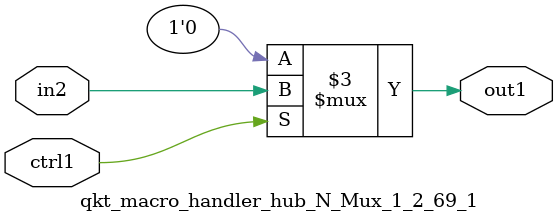
<source format=v>

`timescale 1ps / 1ps


module qkt_macro_handler_hub_N_Mux_1_2_69_1( in2, ctrl1, out1 );

    input in2;
    input ctrl1;
    output out1;
    reg out1;

    
    // rtl_process:qkt_macro_handler_hub_N_Mux_1_2_69_1/qkt_macro_handler_hub_N_Mux_1_2_69_1_thread_1
    always @*
      begin : qkt_macro_handler_hub_N_Mux_1_2_69_1_thread_1
        case (ctrl1) 
          1'b1: 
            begin
              out1 = in2;
            end
          default: 
            begin
              out1 = 1'b0;
            end
        endcase
      end

endmodule


</source>
